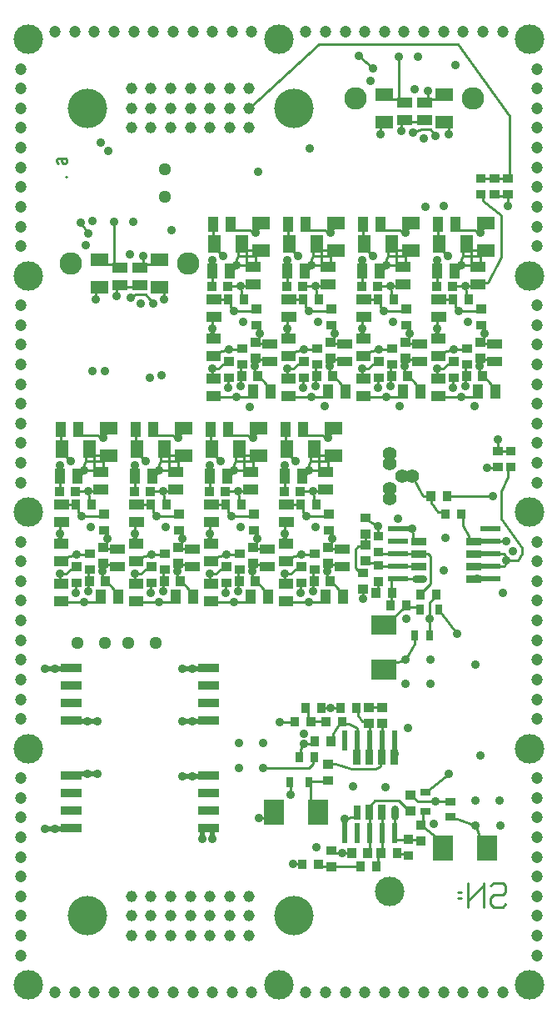
<source format=gbr>
G04 start of page 5 for group 3 idx 3 *
G04 Title: EPTPREAMPS, backside *
G04 Creator: pcb 1.99z *
G04 CreationDate: Do 09 Apr 2015 07:41:23 GMT UTC *
G04 For: stephan *
G04 Format: Gerber/RS-274X *
G04 PCB-Dimensions (mil): 2952.76 4724.41 *
G04 PCB-Coordinate-Origin: lower left *
%MOIN*%
%FSLAX25Y25*%
%LNBACKSIDE*%
%ADD107C,0.0700*%
%ADD106C,0.0236*%
%ADD105C,0.0256*%
%ADD104C,0.0276*%
%ADD103C,0.0240*%
%ADD102C,0.0866*%
%ADD101C,0.0157*%
%ADD100C,0.0512*%
%ADD99C,0.0550*%
%ADD98C,0.0354*%
%ADD97C,0.0300*%
%ADD96R,0.0280X0.0280*%
%ADD95R,0.0300X0.0300*%
%ADD94R,0.0180X0.0180*%
%ADD93R,0.0200X0.0200*%
%ADD92R,0.0787X0.0787*%
%ADD91R,0.0280X0.0280*%
%ADD90R,0.0394X0.0394*%
%ADD89R,0.0500X0.0500*%
%ADD88R,0.0350X0.0350*%
%ADD87C,0.0553*%
%ADD86C,0.0900*%
%ADD85C,0.1181*%
%ADD84C,0.0472*%
%ADD83C,0.1575*%
%ADD82C,0.0453*%
%ADD81C,0.0098*%
%ADD80C,0.0100*%
%ADD79C,0.0198*%
%ADD78C,0.0098*%
G54D78*X148000Y152191D02*X152750D01*
X153250Y95441D02*X156000D01*
X152250Y126691D02*Y123191D01*
X159750Y128691D02*X166000D01*
X157750Y143691D02*X161000D01*
X156250Y141191D02*Y139941D01*
X157750Y143691D02*X156250Y141191D01*
X160250Y126691D02*Y120441D01*
X161250Y136941D02*Y135691D01*
X159750Y133941D01*
X159250Y156691D02*Y153941D01*
X161750Y152441D02*X165250D01*
G54D79*X109000Y173441D02*X117000D01*
X109000Y152441D02*X117000D01*
X109000Y130441D02*X117000D01*
G54D78*X159750Y133941D02*X141500D01*
G54D79*X194000Y141441D02*Y140441D01*
G54D78*X215750Y131691D02*X207250Y124941D01*
X203250Y120441D02*X201750Y121941D01*
X203250Y120441D02*X215000D01*
X199000Y117691D02*X195750Y120941D01*
X186000D02*X195750D01*
X186000D02*X184250Y118941D01*
Y118191D01*
G54D79*X174000Y113441D02*Y111191D01*
G54D78*X169500Y99941D02*X176000D01*
X164500Y94691D02*X179500D01*
X187500Y98941D02*Y95941D01*
X184000Y113941D02*Y101191D01*
X189000Y114191D02*Y100941D01*
X196000Y99691D02*X198500D01*
X194000Y114191D02*Y105191D01*
X205250Y115691D02*Y112441D01*
X226250Y110941D02*X219000Y113691D01*
X226250Y110941D02*X227750Y107441D01*
X219000Y113691D02*X217500D01*
X227750Y107441D02*Y106191D01*
X194000Y105191D02*X203750D01*
G54D79*X121000Y105441D02*Y109441D01*
X117000Y105441D02*Y109441D01*
G54D78*X206000Y109941D02*X210250Y106441D01*
X174000Y113441D02*X176750Y114191D01*
X178000D01*
X139750Y113941D02*X142500D01*
X168500Y135441D02*X170250D01*
X169500Y147691D02*Y145941D01*
X179500Y156441D02*Y154941D01*
X185250Y158191D02*X187500D01*
X166250Y157941D02*X170750D01*
X181000Y152441D02*X179500Y154941D01*
X181000Y152441D02*X182500D01*
X172000Y151941D02*X169500Y147691D01*
X173750Y151691D02*X175750D01*
X179000Y149941D02*X175750Y151691D01*
X189000Y150441D02*Y140441D01*
X179000Y149941D02*Y140441D01*
X184000Y150441D02*Y140441D01*
X176750Y133441D02*X186500D01*
X170250Y135441D02*X176750Y133441D01*
X186500D02*X188250Y134691D01*
Y135691D02*Y134691D01*
X192750Y209441D02*X202250D01*
X208500Y218441D02*Y207441D01*
Y218441D02*X207500Y219441D01*
X198750D02*X207500D01*
X188750D02*X192500D01*
X201500Y226691D02*Y225441D01*
X201000Y229441D02*X201500Y226691D01*
X205250Y242691D02*X207250D01*
G54D79*X198750Y229441D02*X201000D01*
G54D78*X188500Y214441D02*X201750D01*
X183500Y215941D02*X186500D01*
X205250Y242691D02*X201000Y250441D01*
X208750Y241441D02*Y239941D01*
X211250Y236191D02*X208750Y239941D01*
X211250Y236191D02*X213000D01*
X236000Y224441D02*X238750D01*
X238000Y214441D02*X238750Y216941D01*
X238000Y219441D02*X238750Y216941D01*
X228000Y214441D02*X238000D01*
X228000Y219441D02*X238000D01*
G54D79*X227000Y209441D02*X229250D01*
G54D78*X231000Y253941D02*X234500D01*
X216250Y242691D02*X233250D01*
X221250Y233941D02*Y230941D01*
X223750Y226691D01*
Y224441D01*
X231000D01*
X239250Y260691D02*X236500D01*
X239500Y250191D02*Y252941D01*
X236750Y244691D02*X239500Y250191D01*
X236750Y233441D02*Y244691D01*
X235250Y265191D02*Y261691D01*
X238750Y216941D02*X243250D01*
X245000Y219441D01*
Y221941D01*
X236750Y233441D01*
X181250Y204191D02*Y201691D01*
X208500Y207441D02*X205250Y204441D01*
X208000Y199941D02*Y188191D01*
Y199941D02*X209500Y201691D01*
X192750Y209441D02*Y199691D01*
X197500Y197691D02*X193750Y194191D01*
X200000Y198191D02*X203250D01*
X202000Y186691D02*Y183691D01*
X198250Y177191D02*X202000Y183691D01*
X198250Y177191D02*X195250Y176191D01*
X194000D01*
X187250Y207441D02*Y204941D01*
X219000Y187691D02*X212500Y196191D01*
X178500Y213941D02*X179750Y212691D01*
X178500Y221191D02*Y213941D01*
X179500Y222441D02*X178500Y221191D01*
X179500Y222441D02*X180750D01*
X187500Y230441D02*X183250Y232941D01*
X187500Y230441D02*Y227441D01*
X182250Y226441D02*Y223941D01*
X168500Y221691D02*X170750D01*
X169000Y225691D02*X168250Y222941D01*
X169000Y225691D02*X168000Y227941D01*
X168500Y215191D02*X170500D01*
X168500Y214441D02*X167000Y212691D01*
X165750Y214441D02*X168500D01*
X167000Y212691D02*X165750Y214441D01*
X167000Y212691D02*Y209941D01*
X169500Y207941D02*X173000Y203691D01*
X161250Y212441D02*Y204691D01*
X156500Y206941D02*Y203941D01*
X156750Y219191D02*X160750D01*
X152250Y200191D02*X165500D01*
X154250Y213191D02*X155500D01*
X152500Y211691D02*X154250Y213191D01*
X150000Y211691D02*X152500D01*
X150000D02*Y208941D01*
X156750Y219191D02*X152750Y218191D01*
X150500Y225441D02*X150000Y227441D01*
X149500Y225441D02*X150500D01*
X150000Y227441D02*X149500Y225441D01*
X150000Y231441D02*Y227441D01*
X158750Y234441D02*X166500D01*
X161750Y241691D02*Y239941D01*
X157500Y237941D02*Y236191D01*
X158750Y234441D02*X157500Y236191D01*
X152500Y239191D02*X155750D01*
X228250Y347941D02*X226000Y348941D01*
X219500D02*X226000D01*
X211250D02*Y345441D01*
X228250Y340941D02*Y334941D01*
X223750Y340941D02*X228250D01*
X221250Y338691D02*X228250D01*
Y347941D02*X229500Y349441D01*
Y360441D02*Y361941D01*
X236750Y354941D02*X229500Y360441D01*
X239250Y358691D02*Y362691D01*
X234750D01*
X229500Y369691D02*X238250D01*
X236750Y338191D02*Y354941D01*
X240000Y369691D02*Y394441D01*
X181000Y336941D02*Y327191D01*
X185500Y338441D02*X183500Y340691D01*
X187500Y326441D02*X195000D01*
X190750Y334941D02*X189250Y332941D01*
X198250Y340941D02*Y334941D01*
X193750Y340941D02*X198250D01*
X189750Y316441D02*X188500Y318191D01*
X189750Y316441D02*X197500D01*
X188500Y319941D02*Y318191D01*
X192250Y326441D02*X192750Y323691D01*
Y321941D01*
X224750Y340941D02*Y335191D01*
X190750Y337191D02*Y334941D01*
Y337191D02*X191250Y338691D01*
X190750Y334941D02*X198250D01*
X191250Y340941D02*Y338691D01*
X194750Y340941D02*Y335191D01*
X191250Y338691D02*X198250D01*
X163750Y423191D02*X219500D01*
X215750Y387191D02*Y390191D01*
X219500Y423191D02*X240000Y394441D01*
X188250Y387191D02*Y390191D01*
X179750Y418441D02*X185250Y413691D01*
X195750Y401191D02*X192750D01*
X195750Y418191D02*Y401191D01*
X196750Y392191D02*X203750D01*
X196750Y388691D02*Y392191D01*
X204750Y389191D02*X201250Y387941D01*
X207250Y404441D02*Y401441D01*
X208250Y401191D02*X211000D01*
X210500Y386441D02*X208250Y389191D01*
X204750D01*
X230000Y307691D02*X229000Y309941D01*
X230000Y307691D02*X229250Y304941D01*
X217500Y326441D02*X225000D01*
X219750Y316441D02*X218500Y318191D01*
Y319941D02*Y318191D01*
X211000Y313441D02*Y309441D01*
X219750Y316441D02*X227500D01*
X211000Y309441D02*X210500Y307441D01*
X211500D01*
X211000Y309441D01*
X200000Y307691D02*X199000Y309941D01*
X200000Y307691D02*X199250Y304941D01*
X199500Y303691D02*X201750D01*
X217750Y301191D02*X213750Y300191D01*
X217750Y301191D02*X221750D01*
X211000Y293691D02*Y290941D01*
Y293691D02*X213500D01*
X215250Y295191D01*
X216500D01*
X230500Y289941D02*X234000Y285691D01*
X217500Y288941D02*Y285941D01*
X213250Y282191D02*X226500D01*
X222250Y294441D02*Y286691D01*
X228000Y294691D02*Y291941D01*
Y294691D02*X226750Y296441D01*
X229500D01*
X228000Y294691D01*
X229500Y297191D02*X231500D01*
X229500Y303691D02*X231750D01*
X183500Y321191D02*X186750D01*
X181000Y313441D02*Y309441D01*
X181500Y307441D02*X181000Y309441D01*
X180500Y307441D01*
X181500D01*
X170000Y307691D02*X169000Y309941D01*
X170000Y307691D02*X169250Y304941D01*
X169500Y303691D02*X171750D01*
X187750Y301191D02*X191750D01*
X187750D02*X183750Y300191D01*
X181000Y293691D02*Y290941D01*
Y293691D02*X183500D01*
X185250Y295191D01*
X186500D01*
X187500Y288941D02*Y285941D01*
X192250Y294441D02*Y286691D01*
X170500Y289941D02*X174000Y285691D01*
X169500Y297191D02*X171500D01*
X183250Y282191D02*X196500D01*
X200500Y289941D02*X204000Y285691D01*
X198000Y294691D02*Y291941D01*
Y294691D02*X196750Y296441D01*
X199500D01*
X198000Y294691D01*
X199500Y297191D02*X201500D01*
X211000Y336941D02*Y327191D01*
X213500Y321191D02*X216750D01*
X215500Y338441D02*X213500Y340691D01*
X220750Y334941D02*X219250Y332941D01*
X220750Y337191D02*Y334941D01*
Y337191D02*X221250Y338691D01*
Y340941D02*Y338691D01*
X222250Y326441D02*X222750Y323691D01*
Y321941D01*
X220750Y334941D02*X228250D01*
X229750Y327941D02*X231250D01*
X236750Y338191D01*
X198250Y347941D02*X199500Y349441D01*
X198250Y347941D02*X196000Y348941D01*
X189500D02*X196000D01*
X181250D02*Y345441D01*
X168250Y347941D02*X166000Y348941D01*
X159500D02*X166000D01*
X151250D02*Y345441D01*
X168250Y347941D02*X169500Y349441D01*
X138250Y347941D02*X136000Y348941D01*
X129500D02*X136000D01*
X121250D02*Y345441D01*
X138250Y347941D02*X139500Y349441D01*
X151000Y336941D02*Y327191D01*
X155500Y338441D02*X153500Y340691D01*
Y321191D02*X156750D01*
X158500Y319941D02*Y318191D01*
X130750Y334941D02*X138250D01*
X131250Y340941D02*Y338691D01*
X134750Y340941D02*Y335191D01*
X131250Y338691D02*X138250D01*
X157500Y326441D02*X165000D01*
X162250D02*X162750Y323691D01*
X159750Y316441D02*X158500Y318191D01*
X160750Y334941D02*X159250Y332941D01*
X160750Y337191D02*Y334941D01*
Y337191D02*X161250Y338691D01*
X160750Y334941D02*X168250D01*
X162750Y323691D02*Y321941D01*
X159750Y316441D02*X167500D01*
X168250Y340941D02*Y334941D01*
X163750Y340941D02*X168250D01*
X161250D02*Y338691D01*
X164750Y340941D02*Y335191D01*
X161250Y338691D02*X168250D01*
G54D80*X62746Y370232D02*X62346D01*
G54D78*X74250Y321191D02*Y324191D01*
X81750Y335191D02*X78750D01*
X82750Y322441D02*Y326191D01*
X81750Y352191D02*Y335191D01*
X68500Y351941D02*X71250Y347691D01*
X77250Y265941D02*X78500Y267441D01*
X60250Y266941D02*Y263441D01*
X68500Y266941D02*X75000D01*
X77250Y265941D02*X75000Y266941D01*
X70250Y256691D02*X77250D01*
X70250Y258941D02*Y256691D01*
X69750Y255191D02*X70250Y256691D01*
X69750Y255191D02*Y252941D01*
X72750Y258941D02*X77250D01*
X73750D02*Y253191D01*
X71750Y241691D02*Y239941D01*
X71250Y244441D02*X71750Y241691D01*
X66500Y244441D02*X74000D01*
X69750Y252941D02*X77250D01*
Y258941D02*Y252941D01*
X69750D02*X68250Y250941D01*
X64500Y256441D02*X62500Y258691D01*
X60000Y254941D02*Y245191D01*
X68750Y234441D02*X76500D01*
X67500Y237941D02*Y236191D01*
X68750Y234441D02*X67500Y236191D01*
X62500Y239191D02*X65750D01*
X60000Y211691D02*Y208941D01*
X60500Y225441D02*X60000Y227441D01*
X59500Y225441D02*X60500D01*
X60000Y227441D02*X59500Y225441D01*
X60000Y231441D02*Y227441D01*
X78500Y221691D02*X80750D01*
X79000Y225691D02*X78250Y222941D01*
X79000Y225691D02*X78000Y227941D01*
X78500Y215191D02*X80500D01*
X78500Y214441D02*X77000Y212691D01*
X75750Y214441D02*X78500D01*
X77000Y212691D02*X75750Y214441D01*
X77000Y212691D02*Y209941D01*
X71250Y212441D02*Y204691D01*
X62250Y200191D02*X75500D01*
X66500Y206941D02*Y203941D01*
X64250Y213191D02*X65500D01*
X62500Y211691D02*X64250Y213191D01*
X60000Y211691D02*X62500D01*
X66750Y219191D02*X70750D01*
X66750D02*X62750Y218191D01*
X79500Y207941D02*X83000Y203691D01*
G54D79*X75000Y152441D02*X67000D01*
X54000Y173441D02*X62000D01*
X75000Y131441D02*X67000D01*
X54000Y109441D02*X62000D01*
G54D78*X151000Y313441D02*Y309441D01*
X140000Y307691D02*X139000Y309941D01*
X140000Y307691D02*X139250Y304941D01*
X151000Y309441D02*X150500Y307441D01*
X151500D01*
X151000Y309441D01*
X157750Y301191D02*X153750Y300191D01*
X157750Y301191D02*X161750D01*
X139500Y303691D02*X141750D01*
X135827Y397638D02*X163750Y423191D01*
X121000Y336941D02*Y327191D01*
X125500Y338441D02*X123500Y340691D01*
Y321191D02*X126750D01*
X128500Y319941D02*Y318191D01*
X127500Y326441D02*X135000D01*
X132250D02*X132750Y323691D01*
X129750Y316441D02*X128500Y318191D01*
X130750Y334941D02*X129250Y332941D01*
X138250Y340941D02*Y334941D01*
X133750Y340941D02*X138250D01*
X130750Y337191D02*Y334941D01*
Y337191D02*X131250Y338691D01*
X132750Y323691D02*Y321941D01*
X129750Y316441D02*X137500D01*
X121000Y313441D02*Y309441D01*
X120500Y307441D01*
X121500D01*
X121000Y309441D01*
X127750Y301191D02*X123750Y300191D01*
X127750Y301191D02*X131750D01*
X121000Y293691D02*Y290941D01*
Y293691D02*X123500D01*
X125250Y295191D01*
X126500D01*
X127500Y288941D02*Y285941D01*
X123250Y282191D02*X136500D01*
X132250Y294441D02*Y286691D01*
X151000Y293691D02*Y290941D01*
Y293691D02*X153500D01*
X155250Y295191D01*
X156500D01*
X157500Y288941D02*Y285941D01*
X153250Y282191D02*X166500D01*
X162250Y294441D02*Y286691D01*
X168000Y294441D02*X166750Y296191D01*
X169500Y296441D01*
X168000Y294441D01*
X140500Y289941D02*X144000Y285691D01*
X138000Y294691D02*Y291941D01*
Y294691D02*X136750Y296441D01*
X139500D01*
X138000Y294691D01*
X139500Y297191D02*X141500D01*
X168000Y294441D02*Y291941D01*
X167250Y265941D02*X168500Y267441D01*
X150250Y266941D02*Y263441D01*
X158500Y266941D02*X165000D01*
X167250Y265941D02*X165000Y266941D01*
X160250Y256691D02*X167250D01*
X162750Y258941D02*X167250D01*
X154500Y256441D02*X152500Y258691D01*
X163750Y258941D02*Y253191D01*
X167250Y258941D02*Y252941D01*
X160250Y258941D02*Y256691D01*
X161250Y244441D02*X161750Y241691D01*
X159750Y255191D02*X160250Y256691D01*
X159750Y255191D02*Y252941D01*
X167250D01*
X159750D02*X158250Y250941D01*
X156500Y244441D02*X164000D01*
X150000Y254941D02*Y245191D01*
X107250Y265941D02*X108500Y267441D01*
X98500Y266941D02*X105000D01*
X107250Y265941D02*X105000Y266941D01*
X100250Y256691D02*X107250D01*
X103750Y258941D02*Y253191D01*
X100250Y258941D02*Y256691D01*
X102750Y258941D02*X107250D01*
X99750Y252941D02*X107250D01*
X99750Y255191D02*X100250Y256691D01*
X94500Y256441D02*X92500Y258691D01*
X90250Y266941D02*Y263441D01*
X99750Y255191D02*Y252941D01*
X98250Y250941D01*
X90000Y254941D02*Y245191D01*
X107250Y258941D02*Y252941D01*
X108500Y221691D02*X110750D01*
X108500Y215191D02*X110500D01*
X108500Y214441D02*X107000Y212691D01*
X105750Y214441D02*X108500D01*
X107000Y212691D02*X105750Y214441D01*
X109000Y225691D02*X108250Y222941D01*
X107000Y212691D02*Y209941D01*
X101250Y212441D02*Y204691D01*
X92250Y200191D02*X105500D01*
X96500Y206941D02*Y203941D01*
X109500Y207941D02*X113000Y203691D01*
X109000Y225691D02*X108000Y227941D01*
X94250Y213191D02*X95500D01*
X92500Y211691D02*X94250Y213191D01*
X90000Y211691D02*X92500D01*
X96750Y219191D02*X100750D01*
X96750D02*X92750Y218191D01*
X90000Y211691D02*Y208941D01*
X90500Y225441D02*X90000Y227441D01*
X89500Y225441D02*X90500D01*
X90000Y227441D02*X89500Y225441D01*
X98750Y234441D02*X106500D01*
X97500Y237941D02*Y236191D01*
X98750Y234441D02*X97500Y236191D01*
X90000Y231441D02*Y227441D01*
X101750Y241691D02*Y239941D01*
X92500Y239191D02*X95750D01*
X101250Y244441D02*X101750Y241691D01*
X96500Y244441D02*X104000D01*
X101750Y321191D02*Y324191D01*
X93250Y338441D02*Y335441D01*
X97250Y319691D02*X94250Y323191D01*
Y335191D02*X97000D01*
X82750Y326191D02*X89750D01*
X94250Y323191D02*X90500D01*
X88250Y321941D01*
X137250Y265941D02*X138500Y267441D01*
X128500Y266941D02*X135000D01*
X137250Y265941D02*X135000Y266941D01*
X130250Y256691D02*X137250D01*
X133750Y258941D02*Y253191D01*
X130250Y258941D02*Y256691D01*
X132750Y258941D02*X137250D01*
X129750Y252941D02*X137250D01*
X129750Y255191D02*X130250Y256691D01*
X124500Y256441D02*X122500Y258691D01*
X120250Y266941D02*Y263441D01*
X129750Y255191D02*Y252941D01*
X128250Y250941D01*
X120000Y254941D02*Y245191D01*
X137250Y258941D02*Y252941D01*
X138500Y221691D02*X140750D01*
X138500Y215191D02*X140500D01*
X138500Y214441D02*X137000Y212691D01*
X135750Y214441D02*X138500D01*
X137000Y212691D02*X135750Y214441D01*
X139000Y225691D02*X138250Y222941D01*
X137000Y212691D02*Y209941D01*
X131250Y212441D02*Y204691D01*
X122250Y200191D02*X135500D01*
X126500Y206941D02*Y203941D01*
X139500Y207941D02*X143000Y203691D01*
X139000Y225691D02*X138000Y227941D01*
X124250Y213191D02*X125500D01*
X122500Y211691D02*X124250Y213191D01*
X120000Y211691D02*X122500D01*
X126750Y219191D02*X130750D01*
X126750D02*X122750Y218191D01*
X120000Y211691D02*Y208941D01*
X120500Y225441D02*X120000Y227441D01*
X119500Y225441D02*X120500D01*
X120000Y227441D02*X119500Y225441D01*
X128750Y234441D02*X136500D01*
X127500Y237941D02*Y236191D01*
X128750Y234441D02*X127500Y236191D01*
X120000Y231441D02*Y227441D01*
X131750Y241691D02*Y239941D01*
X122500Y239191D02*X125750D01*
X131250Y244441D02*X131750Y241691D01*
X126500Y244441D02*X134000D01*
G54D81*X58846Y376232D02*X59346Y375732D01*
X58846Y376232D02*Y377232D01*
X59346Y377732D02*X58846Y377232D01*
X59346Y377732D02*X62346D01*
X62846Y377232D01*
X60846Y376232D02*X61346Y375732D01*
X60846Y376232D02*Y377732D01*
X62846Y376232D02*Y377232D01*
Y376232D02*X62346Y375732D01*
X61346D02*X62346D01*
X233660Y88021D02*X232450Y86811D01*
X233660Y88021D02*X237290D01*
X238500Y86811D02*X237290Y88021D01*
X238500Y84391D02*Y86811D01*
Y84391D02*X237290Y83181D01*
X233660D02*X237290D01*
X233660D02*X232450Y81971D01*
Y79551D02*Y81971D01*
X233660Y78341D02*X232450Y79551D01*
X233660Y78341D02*X237290D01*
X238500Y79551D02*X237290Y78341D01*
X229546D02*Y88021D01*
Y86811D02*Y88021D01*
Y86811D02*X223496Y80761D01*
Y78341D02*Y88021D01*
X219382Y84391D02*X220592D01*
X219382Y81971D02*X220592D01*
G54D82*X112205Y82677D03*
X120079D03*
X127953D03*
X135827D03*
X88583D03*
X96457D03*
X104331D03*
X135827Y66929D03*
Y74803D03*
X127953Y66929D03*
G54D83*X153543Y74803D03*
G54D82*X88583D03*
X96457Y66929D03*
X104331D03*
X112205D03*
X120079D03*
X88583D03*
X96457Y74803D03*
X104331D03*
X112205D03*
X120079D03*
X127953D03*
G54D83*X70866D03*
G54D84*X58071Y44292D03*
X65945D03*
X73819D03*
X81693D03*
X89567D03*
X97441D03*
X105315D03*
G54D85*X47244Y47245D03*
G54D84*X113189Y44292D03*
X121063D03*
X128937D03*
X136811D03*
G54D85*X147638Y47245D03*
G54D84*X44291Y59056D03*
Y66930D03*
Y74804D03*
Y82678D03*
Y90552D03*
Y98426D03*
Y106300D03*
Y114174D03*
Y122048D03*
G54D83*X153543Y397638D03*
G54D84*X158464Y428150D03*
X166339D03*
G54D85*X147638Y425198D03*
G54D82*X112205Y389764D03*
Y397638D03*
G54D86*X111500Y335441D03*
G54D82*X104331Y389764D03*
Y397638D03*
Y405512D03*
G54D84*X105315Y428150D03*
G54D82*X96457Y389764D03*
Y397638D03*
Y405512D03*
G54D84*X97441Y428150D03*
G54D82*X88583Y389764D03*
Y397638D03*
G54D83*X70866D03*
G54D82*X88583Y405512D03*
G54D84*X58071Y428150D03*
X65945D03*
X73819D03*
X81693D03*
X89567D03*
G54D82*X112205Y405512D03*
G54D84*X113189Y428150D03*
X121063D03*
X128937D03*
X136811D03*
G54D82*X135827Y389764D03*
X127953D03*
X135827Y397638D03*
X120079Y389764D03*
X127953Y397638D03*
X120079D03*
X127953Y405512D03*
X120079D03*
X135827D03*
G54D86*X178500Y401441D03*
G54D84*X250984Y389765D03*
Y397639D03*
G54D86*X225500Y401441D03*
G54D84*X250984Y405513D03*
Y413387D03*
X174213Y428150D03*
X182087D03*
X189961D03*
X197835D03*
X205709D03*
X213583D03*
X221457D03*
X229331D03*
X237205D03*
G54D85*X248031Y425198D03*
G54D84*X158464Y44292D03*
X166339D03*
X174213D03*
X182087D03*
X189961D03*
X197835D03*
X205709D03*
X213583D03*
X221457D03*
X229331D03*
X237205D03*
X250984Y59056D03*
Y66930D03*
Y74804D03*
Y82678D03*
Y90552D03*
Y98426D03*
G54D85*X248031Y47245D03*
G54D84*X250984Y106300D03*
Y114174D03*
Y122048D03*
Y129922D03*
Y153544D03*
Y161418D03*
Y169292D03*
Y177166D03*
G54D85*X248031Y141733D03*
G54D84*X250984Y185040D03*
Y192914D03*
Y200788D03*
Y208662D03*
Y216536D03*
Y224410D03*
Y248032D03*
G54D85*X248031Y236221D03*
G54D87*X192000Y245441D03*
Y255441D03*
X197000Y250441D03*
G54D84*X250984Y255906D03*
Y263780D03*
Y271654D03*
Y279528D03*
Y287402D03*
Y295276D03*
Y303150D03*
Y311024D03*
Y318898D03*
G54D85*X248031Y330709D03*
G54D84*X250984Y342520D03*
Y350394D03*
Y358269D03*
Y366143D03*
Y374017D03*
Y381891D03*
X44291Y129922D03*
Y153544D03*
Y161418D03*
Y169292D03*
Y177166D03*
Y185040D03*
Y192914D03*
Y200788D03*
G54D85*X47244Y141733D03*
G54D84*X44291Y208662D03*
Y216536D03*
Y224410D03*
Y248032D03*
G54D85*X47244Y236221D03*
Y330709D03*
G54D86*X64500Y335441D03*
G54D85*X47244Y425198D03*
G54D84*X44291Y255906D03*
Y263780D03*
Y271654D03*
Y279528D03*
Y287402D03*
Y295276D03*
Y303150D03*
Y311024D03*
Y318898D03*
Y342520D03*
Y350394D03*
Y358269D03*
Y366143D03*
Y374017D03*
Y381891D03*
Y389765D03*
Y397639D03*
Y405513D03*
Y413387D03*
G54D88*X228300Y369641D02*X228700D01*
X233800D02*X234200D01*
G54D89*X189000Y402941D02*X191000D01*
X189000Y391941D02*X191000D01*
G54D90*X197000Y399941D02*X199000D01*
X197000Y392941D02*X199000D01*
G54D89*X213000Y402941D02*X215000D01*
X213000Y391941D02*X215000D01*
G54D90*X205000Y399941D02*X207000D01*
X205000Y392941D02*X207000D01*
G54D88*X239050Y363241D02*X239450D01*
X239050Y369641D02*X239450D01*
X228300Y363241D02*X228700D01*
X233800D02*X234200D01*
G54D89*X211750Y344441D02*Y342441D01*
X222750Y344441D02*Y342441D01*
G54D90*X211250Y352191D02*Y350191D01*
X218250Y352191D02*Y350191D01*
G54D89*X229500Y340691D02*X231500D01*
X229500Y351691D02*X231500D01*
G54D90*X226250Y334191D02*X228250D01*
X226250Y327191D02*X228250D01*
X218000Y333691D02*Y331691D01*
X211000Y333691D02*Y331691D01*
G54D89*X199500Y340691D02*X201500D01*
X199500Y351691D02*X201500D01*
X181750Y344441D02*Y342441D01*
X192750Y344441D02*Y342441D01*
G54D90*X181250Y352191D02*Y350191D01*
X188250Y352191D02*Y350191D01*
G54D88*X187200Y326641D02*Y326241D01*
X180800Y326641D02*Y326241D01*
G54D90*X180750Y321191D02*X182750D01*
G54D88*X187300Y321391D02*Y320991D01*
X193700Y321391D02*Y320991D01*
X168550Y310991D02*X168950D01*
X168550Y317391D02*X168950D01*
G54D90*X150500Y298691D02*X152500D01*
X143000Y296441D02*X145000D01*
G54D88*X162800Y301641D02*X163200D01*
X168050Y304141D02*X168450D01*
G54D90*X173000Y303441D02*X175000D01*
G54D88*X157550Y296391D02*X157950D01*
X168050Y297741D02*X168450D01*
G54D90*X173000Y296441D02*X175000D01*
X143000Y303441D02*X145000D01*
G54D88*X163700Y321391D02*Y320991D01*
X157200Y326641D02*Y326241D01*
X157300Y321391D02*Y320991D01*
X127200Y326641D02*Y326241D01*
X120800Y326641D02*Y326241D01*
G54D90*X120750Y314191D02*X122750D01*
X120750Y321191D02*X122750D01*
G54D88*X127300Y321391D02*Y320991D01*
G54D90*X150500Y305691D02*X152500D01*
X120500D02*X122500D01*
G54D88*X138050Y304141D02*X138450D01*
G54D90*X120500Y298691D02*X122500D01*
G54D88*X127550Y296391D02*X127950D01*
X132800Y301641D02*X133200D01*
X138050Y297741D02*X138450D01*
X150800Y326641D02*Y326241D01*
G54D90*X150750Y314191D02*X152750D01*
X150750Y321191D02*X152750D01*
G54D88*X138550Y310991D02*X138950D01*
X138550Y317391D02*X138950D01*
X133700Y321391D02*Y320991D01*
G54D90*X91000Y326941D02*X93000D01*
X196250Y334191D02*X198250D01*
X196250Y327191D02*X198250D01*
X188000Y333691D02*Y331691D01*
X181000Y333691D02*Y331691D01*
G54D89*X169500Y340691D02*X171500D01*
X169500Y351691D02*X171500D01*
X162750Y344441D02*Y342441D01*
G54D90*X158250Y352191D02*Y350191D01*
X166250Y334191D02*X168250D01*
X166250Y327191D02*X168250D01*
X158000Y333691D02*Y331691D01*
G54D89*X151750Y344441D02*Y342441D01*
G54D90*X151250Y352191D02*Y350191D01*
X151000Y333691D02*Y331691D01*
G54D89*X139500Y340691D02*X141500D01*
X139500Y351691D02*X141500D01*
G54D90*X128250Y352191D02*Y350191D01*
G54D89*X121750Y344441D02*Y342441D01*
G54D90*X121250Y352191D02*Y350191D01*
X121000Y333691D02*Y331691D01*
G54D89*X132750Y344441D02*Y342441D01*
G54D90*X128000Y333691D02*Y331691D01*
X136250Y334191D02*X138250D01*
X136250Y327191D02*X138250D01*
G54D88*X117000Y130941D02*X122000D01*
X117000Y123941D02*X122000D01*
X117000Y116941D02*X122000D01*
X117000Y109941D02*X122000D01*
G54D91*X152000Y128741D02*Y127541D01*
G54D92*X145642Y117175D02*Y115207D01*
G54D88*X168550Y100891D02*X168950D01*
X168550Y94491D02*X168950D01*
X157050Y95641D02*Y95241D01*
X163450Y95641D02*Y95241D01*
G54D93*X184000Y110941D02*Y104941D01*
G54D94*X179000Y110941D02*Y104941D01*
G54D93*X174000Y110941D02*Y104941D01*
G54D88*X180300Y94891D02*Y94491D01*
X186700Y94891D02*Y94491D01*
X176800Y100141D02*Y99741D01*
X183200Y100141D02*Y99741D01*
G54D91*X155800Y138941D02*Y137741D01*
X161800Y138941D02*Y137741D01*
X159600Y128741D02*Y127541D01*
G54D92*X163358Y117175D02*Y115207D01*
G54D88*X167050Y128991D02*X167450D01*
X167050Y135391D02*X167450D01*
G54D95*X184000Y139691D02*Y136691D01*
X179000Y139691D02*Y136691D01*
X184000Y117691D02*Y114691D01*
G54D96*X179000Y117691D02*Y114691D01*
G54D88*X168450Y144891D02*Y144491D01*
X162050Y144891D02*Y144491D01*
G54D91*X205600Y124191D02*X206800D01*
X205600Y116591D02*X206800D01*
X215800Y120391D02*X217000D01*
X215800Y114391D02*X217000D01*
G54D88*X200050Y123141D02*X200450D01*
X204300Y111141D02*X204700D01*
X200050Y116741D02*X200450D01*
G54D93*X194000Y110941D02*Y104941D01*
X189000Y110941D02*Y104941D01*
G54D95*Y117691D02*Y114691D01*
G54D97*X194000Y117691D02*Y114691D01*
G54D88*X188800Y151741D02*X189200D01*
X188800Y158141D02*X189200D01*
X183550Y151741D02*X183950D01*
X183550Y158141D02*X183950D01*
G54D93*X189000Y147941D02*Y141941D01*
X194000Y147941D02*Y141941D01*
X184000Y147941D02*Y141941D01*
G54D95*X194000Y139691D02*Y136691D01*
X189000Y139691D02*Y136691D01*
G54D92*X231108Y102925D02*Y100957D01*
G54D88*X199300Y105391D02*X199700D01*
X199300Y98991D02*X199700D01*
X188550Y100141D02*Y99741D01*
X194950Y100141D02*Y99741D01*
X204300Y104741D02*X204700D01*
G54D92*X213392Y102925D02*Y100957D01*
G54D88*X240300Y254241D02*X240700D01*
X240300Y260641D02*X240700D01*
X229200Y290891D02*Y290491D01*
X208550Y242891D02*Y242491D01*
X214950Y242891D02*Y242491D01*
X235050Y254241D02*X235450D01*
X235050Y260641D02*X235450D01*
G54D90*X210500Y305691D02*X212500D01*
X210750Y314191D02*X212750D01*
G54D88*X222800Y301641D02*X223200D01*
X228050Y304141D02*X228450D01*
X228550Y310991D02*X228950D01*
X228550Y317391D02*X228950D01*
X217200Y326641D02*Y326241D01*
G54D90*X210750Y321191D02*X212750D01*
G54D88*X217300Y321391D02*Y320991D01*
X223700Y321391D02*Y320991D01*
X210800Y326641D02*Y326241D01*
X222800Y295241D02*X223200D01*
X228050Y297741D02*X228450D01*
G54D90*X233000Y296441D02*X235000D01*
X233000Y303441D02*X235000D01*
X227250Y285441D02*Y283441D01*
X234250Y285441D02*Y283441D01*
G54D88*X222800Y290891D02*Y290491D01*
G54D90*X210500Y298691D02*X212500D01*
G54D88*X217550Y289991D02*X217950D01*
X217550Y296391D02*X217950D01*
G54D90*X210500Y289691D02*X212500D01*
X210500Y282691D02*X212500D01*
X203000Y296441D02*X205000D01*
X203000Y303441D02*X205000D01*
X204250Y285441D02*Y283441D01*
X180500Y289691D02*X182500D01*
X180500Y282691D02*X182500D01*
G54D88*X187550Y289991D02*X187950D01*
X192800Y295241D02*X193200D01*
G54D90*X197250Y285441D02*Y283441D01*
G54D88*X192800Y290891D02*Y290491D01*
X199200Y290891D02*Y290491D01*
X187550Y296391D02*X187950D01*
G54D90*X180500Y305691D02*X182500D01*
X180500Y298691D02*X182500D01*
G54D88*X192800Y301641D02*X193200D01*
G54D90*X180750Y314191D02*X182750D01*
G54D88*X198550Y310991D02*X198950D01*
X198550Y317391D02*X198950D01*
X198050Y297741D02*X198450D01*
X198050Y304141D02*X198450D01*
G54D90*X150500Y289691D02*X152500D01*
G54D88*X157550Y289991D02*X157950D01*
G54D90*X150500Y282691D02*X152500D01*
X167250Y285441D02*Y283441D01*
X174250Y285441D02*Y283441D01*
G54D88*X162800Y295241D02*X163200D01*
X162800Y290891D02*Y290491D01*
X169200Y290891D02*Y290491D01*
G54D90*X172000Y214441D02*X174000D01*
X172000Y221441D02*X174000D01*
G54D88*X168200Y208891D02*Y208491D01*
G54D90*X166250Y203441D02*Y201441D01*
X173250Y203441D02*Y201441D01*
G54D92*X188766Y191049D02*X190734D01*
X188766Y173333D02*X190734D01*
G54D88*X167550Y228991D02*X167950D01*
X156300Y239391D02*Y238991D01*
X162700Y239391D02*Y238991D01*
X167550Y235391D02*X167950D01*
G54D90*X157000Y251691D02*Y249691D01*
X150000Y251691D02*Y249691D01*
G54D88*X156200Y244641D02*Y244241D01*
G54D90*X150250Y270191D02*Y268191D01*
X157250Y270191D02*Y268191D01*
G54D89*X150750Y262441D02*Y260441D01*
G54D88*X167050Y215741D02*X167450D01*
X167050Y222141D02*X167450D01*
X156550Y214391D02*X156950D01*
X161800Y208891D02*Y208491D01*
Y219641D02*X162200D01*
X161800Y213241D02*X162200D01*
X156550Y207991D02*X156950D01*
X149800Y244641D02*Y244241D01*
G54D89*X168500Y258691D02*X170500D01*
X168500Y269691D02*X170500D01*
G54D90*X165250Y252191D02*X167250D01*
X165250Y245191D02*X167250D01*
G54D89*X161750Y262441D02*Y260441D01*
G54D88*X59800Y244641D02*Y244241D01*
G54D90*X60250Y270191D02*Y268191D01*
X59750Y239191D02*X61750D01*
X59500Y207691D02*X61500D01*
X59500Y200691D02*X61500D01*
G54D88*X62000Y152941D02*X67000D01*
X62000Y159941D02*X67000D01*
X71800Y208891D02*Y208491D01*
X78200Y208891D02*Y208491D01*
G54D90*X76250Y203441D02*Y201441D01*
G54D88*X66300Y239391D02*Y238991D01*
X72700Y239391D02*Y238991D01*
X77550Y235391D02*X77950D01*
X77550Y228991D02*X77950D01*
X77050Y215741D02*X77450D01*
X77050Y222141D02*X77450D01*
G54D90*X59750Y232191D02*X61750D01*
X59500Y223691D02*X61500D01*
G54D88*X71800Y219641D02*X72200D01*
X71800Y213241D02*X72200D01*
X66550Y207991D02*X66950D01*
X66550Y214391D02*X66950D01*
G54D90*X59500Y216691D02*X61500D01*
X67000Y251691D02*Y249691D01*
G54D88*X66200Y244641D02*Y244241D01*
G54D90*X67250Y270191D02*Y268191D01*
X60000Y251691D02*Y249691D01*
G54D89*X60750Y262441D02*Y260441D01*
G54D90*X75250Y252191D02*X77250D01*
X75250Y245191D02*X77250D01*
G54D89*X71750Y262441D02*Y260441D01*
X78500Y258691D02*X80500D01*
X78500Y269691D02*X80500D01*
X75000Y336941D02*X77000D01*
X75000Y325941D02*X77000D01*
G54D90*X83000Y333941D02*X85000D01*
X83250Y203441D02*Y201441D01*
X82000Y214441D02*X84000D01*
X82000Y221441D02*X84000D01*
X90000Y251691D02*Y249691D01*
G54D88*X89800Y244641D02*Y244241D01*
G54D90*X90250Y270191D02*Y268191D01*
G54D89*X90750Y262441D02*Y260441D01*
G54D90*X83000Y326941D02*X85000D01*
G54D89*X99000Y336941D02*X101000D01*
X99000Y325941D02*X101000D01*
G54D90*X91000Y333941D02*X93000D01*
X137250Y285441D02*Y283441D01*
X144250Y285441D02*Y283441D01*
G54D88*X139200Y290891D02*Y290491D01*
G54D90*X120250Y270191D02*Y268191D01*
X127250Y270191D02*Y268191D01*
G54D89*X120750Y262441D02*Y260441D01*
X131750Y262441D02*Y260441D01*
X138500Y269691D02*X140500D01*
G54D90*X120500Y289691D02*X122500D01*
X120500Y282691D02*X122500D01*
G54D88*X96300Y239391D02*Y238991D01*
X102700Y239391D02*Y238991D01*
X107550Y235391D02*X107950D01*
G54D90*X89750Y232191D02*X91750D01*
G54D88*X107550Y228991D02*X107950D01*
X107050Y215741D02*X107450D01*
X107050Y222141D02*X107450D01*
G54D90*X105250Y252191D02*X107250D01*
X105250Y245191D02*X107250D01*
X89750Y239191D02*X91750D01*
X89500Y223691D02*X91500D01*
X89500Y216691D02*X91500D01*
X89500Y207691D02*X91500D01*
X89500Y200691D02*X91500D01*
X97000Y251691D02*Y249691D01*
G54D88*X96200Y244641D02*Y244241D01*
X101800Y219641D02*X102200D01*
X101800Y213241D02*X102200D01*
X96550Y207991D02*X96950D01*
X96550Y214391D02*X96950D01*
G54D90*X119500Y200691D02*X121500D01*
G54D88*X127550Y289991D02*X127950D01*
X132800Y295241D02*X133200D01*
X132800Y290891D02*Y290491D01*
G54D90*X97250Y270191D02*Y268191D01*
G54D89*X101750Y262441D02*Y260441D01*
X108500Y258691D02*X110500D01*
X108500Y269691D02*X110500D01*
G54D88*X131800Y208891D02*Y208491D01*
X126300Y239391D02*Y238991D01*
X101800Y208891D02*Y208491D01*
X108200Y208891D02*Y208491D01*
G54D90*X106250Y203441D02*Y201441D01*
X113250Y203441D02*Y201441D01*
X112000Y214441D02*X114000D01*
X112000Y221441D02*X114000D01*
X119750Y232191D02*X121750D01*
X119500Y223691D02*X121500D01*
X119750Y239191D02*X121750D01*
X119500Y216691D02*X121500D01*
G54D89*X138500Y258691D02*X140500D01*
G54D88*X132700Y239391D02*Y238991D01*
G54D90*X127000Y251691D02*Y249691D01*
X120000Y251691D02*Y249691D01*
G54D88*X126200Y244641D02*Y244241D01*
X119800Y244641D02*Y244241D01*
G54D90*X135250Y252191D02*X137250D01*
X135250Y245191D02*X137250D01*
G54D88*X137050Y222141D02*X137450D01*
X137550Y228991D02*X137950D01*
X137550Y235391D02*X137950D01*
X131800Y219641D02*X132200D01*
X131800Y213241D02*X132200D01*
X126550Y207991D02*X126950D01*
X126550Y214391D02*X126950D01*
G54D90*X119500Y207691D02*X121500D01*
G54D88*X62000Y109941D02*X67000D01*
X62000Y116941D02*X67000D01*
X62000Y123941D02*X67000D01*
X62000Y130941D02*X67000D01*
X62000Y166941D02*X67000D01*
X117000D02*X122000D01*
X117000Y159941D02*X122000D01*
X117000Y152941D02*X122000D01*
X62000Y173941D02*X67000D01*
X117000D02*X122000D01*
X172300Y158141D02*Y157741D01*
X178700Y158141D02*Y157741D01*
X166550Y152641D02*Y152241D01*
X172950Y152641D02*Y152241D01*
X164700Y158141D02*Y157741D01*
X154050Y152641D02*Y152241D01*
X160450Y152641D02*Y152241D01*
X158300Y158141D02*Y157741D01*
G54D93*X174000Y147941D02*Y141941D01*
X179000Y147941D02*Y141941D01*
G54D88*X181050Y205491D02*X181450D01*
X181050Y211891D02*X181450D01*
X182050Y223141D02*X182450D01*
X182050Y216741D02*X182450D01*
X182050Y233891D02*X182450D01*
X182050Y227491D02*X182450D01*
G54D90*X149750Y232191D02*X151750D01*
X149750Y239191D02*X151750D01*
X149500Y223691D02*X151500D01*
X149500Y216691D02*X151500D01*
X149500Y207691D02*X151500D01*
X149500Y200691D02*X151500D01*
X136250Y203441D02*Y201441D01*
G54D88*X138200Y208891D02*Y208491D01*
G54D90*X143250Y203441D02*Y201441D01*
X142000Y214441D02*X144000D01*
X142000Y221441D02*X144000D01*
G54D88*X137050Y215741D02*X137450D01*
G54D95*X224250Y209441D02*X227250D01*
G54D93*X229500D02*X235500D01*
G54D95*X224250Y214441D02*X227250D01*
G54D93*X229500D02*X235500D01*
G54D91*X207950Y187641D02*Y186441D01*
X211750Y197841D02*Y196641D01*
G54D95*X202250Y214441D02*X205250D01*
G54D97*X202250Y209441D02*X205250D01*
G54D88*X187300Y214891D02*X187700D01*
G54D93*X192500Y209441D02*X198500D01*
X192500Y214441D02*X198500D01*
X192500Y219441D02*X198500D01*
G54D88*X192300Y199141D02*Y198741D01*
X198700Y199141D02*Y198741D01*
X192950Y204141D02*Y203741D01*
X186550Y204141D02*Y203741D01*
X187300Y208491D02*X187700D01*
X204300Y203391D02*Y202991D01*
X210700Y203391D02*Y202991D01*
G54D91*X204150Y197841D02*Y196641D01*
X201950Y187641D02*Y186441D01*
G54D95*X224250Y219441D02*X227250D01*
X224250Y224441D02*X227250D01*
G54D88*X214300Y235641D02*Y235241D01*
X220700Y235641D02*Y235241D01*
G54D93*X229500Y229441D02*X235500D01*
X229500Y224441D02*X235500D01*
X229500Y219441D02*X235500D01*
G54D95*X202250D02*X205250D01*
X202250Y224441D02*X205250D01*
G54D88*X187300Y226641D02*X187700D01*
X187300Y220241D02*X187700D01*
G54D93*X192500Y224441D02*X198500D01*
X192500Y229441D02*X198500D01*
G54D98*X228250Y138941D03*
X215750Y131691D03*
X209750Y111691D03*
X210500Y120441D03*
X226250Y110941D03*
X236000Y120941D03*
X226500D03*
X236250Y110941D03*
X190500Y126191D03*
G54D85*X192000Y84441D03*
G54D98*X177500Y126691D03*
X181250Y201691D03*
X199500Y149941D03*
X198250Y177191D03*
Y167441D03*
X198750Y193691D03*
X208250Y167441D03*
X219000Y187691D03*
X208000Y193441D03*
X226500Y175191D03*
X208250Y177191D03*
X157500Y285941D03*
X157750Y301191D03*
X166000Y278441D03*
X154500Y256441D03*
X150000Y254941D03*
X167250Y265941D03*
X194000Y139441D03*
X195250Y233691D03*
X187500Y230441D03*
G54D99*X192000Y241441D03*
G54D98*X241500Y220691D03*
X237250Y203941D03*
X238750Y224441D03*
Y216941D03*
X214250Y225941D03*
X227000Y209441D03*
X213750Y212941D03*
X201000Y229441D03*
G54D99*Y250441D03*
G54D98*X226000Y278441D03*
X231000Y253941D03*
X233250Y242691D03*
X235250Y265191D03*
X196000Y278441D03*
G54D99*X192000Y259441D03*
G54D98*X139750Y113941D03*
X153250Y95441D03*
X148000Y152191D03*
X152250Y123191D03*
X141500Y133941D03*
Y143941D03*
X174000Y113441D03*
X157750Y147691D03*
X168500Y157941D03*
X162750Y102191D03*
X173000Y99941D03*
X157750Y143691D03*
X132500Y230191D03*
X139000Y225691D03*
X150000Y227441D03*
X137000Y212691D03*
X137250Y265941D03*
X167000Y212691D03*
X150000Y211691D03*
X156500Y203941D03*
X161250Y204691D03*
X159750Y200191D03*
X156750Y219191D03*
X169000Y225691D03*
X162500Y230191D03*
X159750Y252941D03*
X161250Y244441D03*
X158750Y234441D03*
X136000Y278191D03*
X131750Y143941D03*
X121000Y105441D03*
X117000D03*
X113000Y130441D03*
X109000D03*
X113000Y173441D03*
X109000D03*
X113000Y152441D03*
X109000D03*
X131750Y133941D03*
X228250Y347941D03*
X222250Y326441D03*
X215500Y338441D03*
X220750Y334941D03*
X211000Y336941D03*
X198250Y347941D03*
X192250Y326441D03*
X185500Y338441D03*
X190750Y334941D03*
X239250Y358691D03*
X206250Y358191D03*
X213750Y358441D03*
X211000Y309441D03*
X219750Y316441D03*
X223500Y312191D03*
X181000Y309441D03*
X189750Y316441D03*
X193500Y312191D03*
X220750Y282191D03*
X222250Y286691D03*
X217500Y285941D03*
X230000Y307691D03*
X228000Y294691D03*
X217750Y301191D03*
X187750D03*
X200000Y307691D03*
X211000Y293691D03*
X181000D03*
X198000Y294691D03*
X168000Y294441D03*
X190750Y282191D03*
X192250Y286691D03*
X187500Y285941D03*
X170000Y307691D03*
X73000Y292691D03*
X78000D03*
X96000Y289941D03*
X100750Y290941D03*
X181000Y336941D03*
X155500Y338441D03*
X168250Y347941D03*
X162250Y326441D03*
X160750Y334941D03*
X151000Y336941D03*
X138250Y347941D03*
X132250Y326441D03*
X121000Y336941D03*
X125500Y338441D03*
X130750Y334941D03*
X218500Y414941D03*
X203250Y418191D03*
X195750D03*
X207250Y404441D03*
X196750Y388691D03*
X188250Y387191D03*
X215750D03*
X201250Y387941D03*
X202000Y405191D03*
X184250Y408441D03*
X185250Y413691D03*
X179750Y418441D03*
X210500Y386441D03*
X205750Y385691D03*
X160000Y381691D03*
X139250Y372191D03*
X104750Y348941D03*
G54D100*X102000Y362191D03*
Y373191D03*
G54D98*X89250Y352191D03*
X81750D03*
X70500Y342941D03*
X71250Y347691D03*
X73000Y352691D03*
X68500Y351941D03*
X93250Y338441D03*
X82750Y322441D03*
X88250Y321941D03*
X97250Y319691D03*
X88000Y339191D03*
X92500Y319691D03*
X76500Y383941D03*
X79500Y380441D03*
X151000Y309441D03*
Y293691D03*
X159750Y316441D03*
X163500Y312191D03*
X160750Y282191D03*
X162250Y286691D03*
X130750Y282191D03*
X132250Y286691D03*
X121000Y309441D03*
X129750Y316441D03*
X140000Y307691D03*
X133500Y312191D03*
X127500Y285941D03*
X121000Y293691D03*
X127750Y301191D03*
X138000Y294691D03*
X74250Y321191D03*
X101750D03*
X69750Y252941D03*
X64500Y256441D03*
X77250Y265941D03*
X60000Y254941D03*
X71250Y244441D03*
X131250D03*
X99750Y252941D03*
X101250Y244441D03*
X94500Y256441D03*
X107250Y265941D03*
X90000Y254941D03*
X129750Y252941D03*
X124500Y256441D03*
X120000Y254941D03*
X72500Y230191D03*
X77000Y212691D03*
X66750Y219191D03*
X60000Y211691D03*
X79000Y225691D03*
X60000Y227441D03*
X66500Y203941D03*
X71250Y204691D03*
X69750Y200191D03*
G54D100*X67000Y183941D03*
X78000D03*
G54D98*X90000Y211691D03*
Y227441D03*
G54D100*X87500Y183941D03*
G54D98*X71000Y152441D03*
X58000Y173441D03*
X54000D03*
X75000Y152441D03*
X71000Y131441D03*
X75000D03*
X58000Y109441D03*
X54000D03*
X68750Y234441D03*
X102500Y230191D03*
X98750Y234441D03*
X128750D03*
X107000Y212691D03*
X109000Y225691D03*
X120000Y227441D03*
X96750Y219191D03*
X96500Y203941D03*
X101250Y204691D03*
X99750Y200191D03*
X126750Y219191D03*
X120000Y211691D03*
X126500Y203941D03*
X131250Y204691D03*
X129750Y200191D03*
G54D100*X98500Y183941D03*
G54D101*G54D102*G54D101*G54D103*G54D101*G54D103*G54D101*G54D103*G54D101*G54D104*G54D101*G54D104*G54D101*G54D104*G54D101*G54D104*G54D105*G54D102*G54D105*G54D102*G54D106*G54D102*G54D106*G54D102*G54D106*G54D102*G54D106*G54D102*G54D105*G54D107*G54D105*G54D106*G54D105*G54D106*G54D105*G54D102*G54D105*G54D106*G54D105*G54D106*G54D105*G54D107*G54D106*G54D107*G54D106*G54D102*G54D106*G54D102*G54D106*G54D102*G54D106*G54D102*G54D103*G54D106*G54D102*G54D106*G54D102*G54D106*G54D102*G54D107*G54D102*G54D106*M02*

</source>
